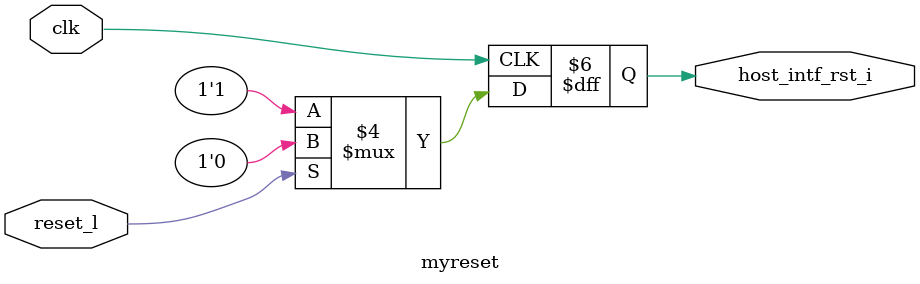
<source format=v>


`timescale 1ns/10ps

module myreset (
    clk,
    reset_l,
    host_intf_rst_i
);


input clk;
input reset_l;
output host_intf_rst_i;
reg host_intf_rst_i;




always @(posedge clk) begin: MYRESET_TESTSIG
    if ((reset_l == 0)) begin
        host_intf_rst_i <= 1;
    end
    else begin
        host_intf_rst_i <= 0;
    end
end

endmodule

</source>
